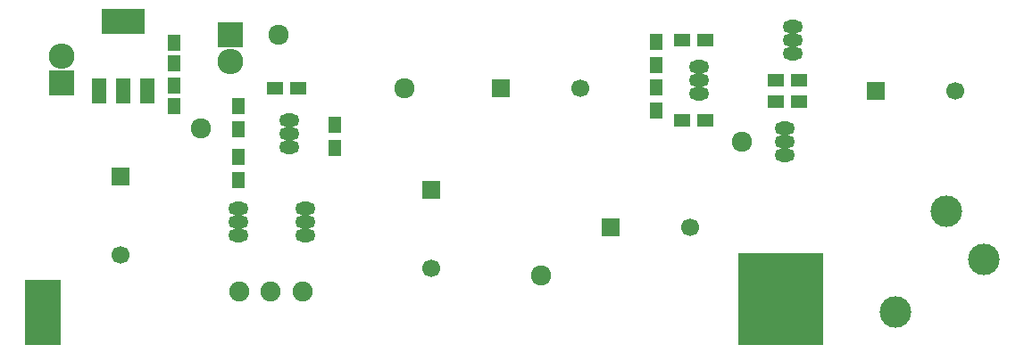
<source format=gbr>
G04 #@! TF.FileFunction,Soldermask,Top*
%FSLAX46Y46*%
G04 Gerber Fmt 4.6, Leading zero omitted, Abs format (unit mm)*
G04 Created by KiCad (PCBNEW 4.0.1-stable) date 1/20/2016 5:17:17 PM*
%MOMM*%
G01*
G04 APERTURE LIST*
%ADD10C,0.100000*%
%ADD11C,3.000000*%
%ADD12R,1.150000X1.600000*%
%ADD13R,2.432000X2.432000*%
%ADD14O,2.432000X2.432000*%
%ADD15R,1.300000X1.600000*%
%ADD16R,1.600000X1.300000*%
%ADD17R,4.057600X2.432000*%
%ADD18R,1.416000X2.432000*%
%ADD19R,1.700000X1.700000*%
%ADD20C,1.700000*%
%ADD21O,1.901140X1.299160*%
%ADD22C,1.900000*%
%ADD23C,1.924000*%
G04 APERTURE END LIST*
D10*
D11*
X114597000Y-113284000D03*
X111047000Y-108784000D03*
X106247000Y-118284000D03*
D12*
X37846000Y-94676000D03*
X37846000Y-92776000D03*
X37846000Y-98740000D03*
X37846000Y-96840000D03*
D13*
X43180000Y-91948000D03*
D14*
X43180000Y-94488000D03*
D13*
X27178000Y-96520000D03*
D14*
X27178000Y-93980000D03*
D15*
X43942000Y-103548000D03*
X43942000Y-105748000D03*
X43942000Y-98722000D03*
X43942000Y-100922000D03*
X53086000Y-100500000D03*
X53086000Y-102700000D03*
D16*
X47414000Y-97028000D03*
X49614000Y-97028000D03*
D15*
X83566000Y-92626000D03*
X83566000Y-94826000D03*
X83566000Y-96944000D03*
X83566000Y-99144000D03*
D16*
X88222000Y-92456000D03*
X86022000Y-92456000D03*
X88222000Y-100076000D03*
X86022000Y-100076000D03*
X94912000Y-96266000D03*
X97112000Y-96266000D03*
X97112000Y-98298000D03*
X94912000Y-98298000D03*
D17*
X33020000Y-90678000D03*
D18*
X33020000Y-97282000D03*
X35306000Y-97282000D03*
X30734000Y-97282000D03*
D19*
X32766000Y-105410000D03*
D20*
X32766000Y-112910000D03*
D19*
X62230000Y-106680000D03*
D20*
X62230000Y-114180000D03*
D19*
X68834000Y-97028000D03*
D20*
X76334000Y-97028000D03*
D19*
X79248000Y-110236000D03*
D20*
X86748000Y-110236000D03*
D19*
X104394000Y-97282000D03*
D20*
X111894000Y-97282000D03*
D21*
X43942000Y-109728000D03*
X43942000Y-108458000D03*
X43942000Y-110998000D03*
X48768000Y-101346000D03*
X48768000Y-100076000D03*
X48768000Y-102616000D03*
X50292000Y-109728000D03*
X50292000Y-108458000D03*
X50292000Y-110998000D03*
X87630000Y-96266000D03*
X87630000Y-94996000D03*
X87630000Y-97536000D03*
X96520000Y-92456000D03*
X96520000Y-91186000D03*
X96520000Y-93726000D03*
X95758000Y-102108000D03*
X95758000Y-103378000D03*
X95758000Y-100838000D03*
D22*
X49990000Y-116332000D03*
X46990000Y-116332000D03*
X43990000Y-116332000D03*
D23*
X47752000Y-91948000D03*
X40373300Y-100914200D03*
X59690000Y-97028000D03*
X72644000Y-114808000D03*
X91694000Y-102108000D03*
D10*
G36*
X27001000Y-121362000D02*
X23672000Y-121362000D01*
X23672000Y-115239000D01*
X27001000Y-115239000D01*
X27001000Y-121362000D01*
X27001000Y-121362000D01*
G37*
X27001000Y-121362000D02*
X23672000Y-121362000D01*
X23672000Y-115239000D01*
X27001000Y-115239000D01*
X27001000Y-121362000D01*
G36*
X99264000Y-121362000D02*
X91363000Y-121362000D01*
X91363000Y-112699000D01*
X99264000Y-112699000D01*
X99264000Y-121362000D01*
X99264000Y-121362000D01*
G37*
X99264000Y-121362000D02*
X91363000Y-121362000D01*
X91363000Y-112699000D01*
X99264000Y-112699000D01*
X99264000Y-121362000D01*
M02*

</source>
